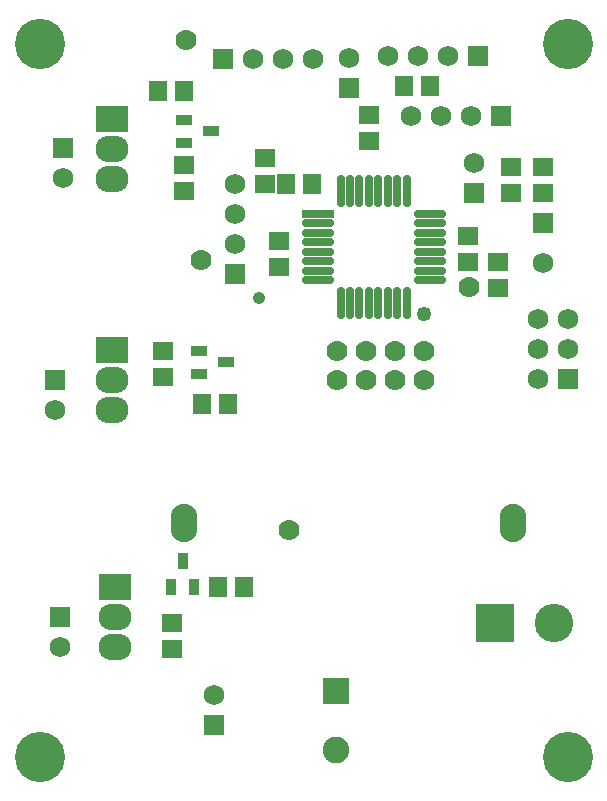
<source format=gts>
%FSTAX24Y24*%
%MOIN*%
%SFA1B1*%

%IPPOS*%
%ADD50R,0.069055X0.061181*%
%ADD51O,0.027716X0.108425*%
%ADD52O,0.108425X0.027716*%
%ADD53R,0.108425X0.027716*%
%ADD54R,0.061181X0.069055*%
%ADD55R,0.033622X0.055275*%
%ADD56R,0.055275X0.033622*%
%ADD57C,0.070000*%
%ADD58R,0.069055X0.069055*%
%ADD59C,0.069055*%
%ADD60C,0.041496*%
%ADD61C,0.049370*%
%ADD62O,0.110000X0.088740*%
%ADD63R,0.110000X0.088740*%
%ADD64R,0.069055X0.069055*%
%ADD65O,0.088740X0.128110*%
%ADD66R,0.088740X0.088740*%
%ADD67C,0.088740*%
%ADD68C,0.128110*%
%ADD69R,0.128110X0.128110*%
%ADD70C,0.167480*%
%LNpcb-1*%
%LPD*%
G54D50*
X0381Y035333D03*
Y0362D03*
X0371Y036183D03*
Y03705D03*
X03035Y039666D03*
Y0388D03*
X0338Y040233D03*
Y0411D03*
X0396Y039366D03*
Y0385D03*
X0308Y0369D03*
Y036033D03*
X03855Y039366D03*
Y0385D03*
X02765Y039416D03*
Y03855D03*
X02695Y033224D03*
Y032357D03*
X02725Y02415D03*
Y023283D03*
G54D51*
X032867Y038567D03*
X033182D03*
X033497D03*
X033812D03*
X034127D03*
X034442D03*
X034757D03*
X035072D03*
Y034827D03*
X034757D03*
X034442D03*
X034127D03*
X033812D03*
X033497D03*
X033182D03*
X032867D03*
G54D52*
X03584Y0378D03*
Y037485D03*
Y03717D03*
Y036855D03*
Y03654D03*
Y036225D03*
Y03591D03*
Y035595D03*
X0321D03*
Y03591D03*
Y036225D03*
Y03654D03*
Y036855D03*
Y03717D03*
Y037485D03*
G54D53*
X0321Y0378D03*
G54D54*
X031033Y0388D03*
X0319D03*
X028233Y03145D03*
X0291D03*
X028783Y02535D03*
X02965D03*
X03585Y04205D03*
X034983D03*
X02765Y0419D03*
X026783D03*
G54D55*
X027225Y025357D03*
X027974D03*
X0276Y026242D03*
G54D56*
X027657Y040924D03*
Y040175D03*
X028542Y04055D03*
X028157Y033224D03*
Y032475D03*
X029042Y03285D03*
G54D57*
X0277Y0436D03*
X0282Y03625D03*
X03115Y02725D03*
X032756Y03225D03*
X03372D03*
X034685D03*
X03565D03*
X032756Y033214D03*
X03372D03*
X034685D03*
X03565D03*
X03715Y03535D03*
G54D58*
X02865Y02075D03*
X0235Y02435D03*
X02335Y03225D03*
X0236Y04D03*
X0396Y0375D03*
X0373Y0385D03*
X02935Y0358D03*
X03315Y042D03*
X04045Y0323D03*
G54D59*
X02865Y02175D03*
X0235Y02335D03*
X0352Y04105D03*
X0362D03*
X0372D03*
X02335Y03125D03*
X0236Y039D03*
X0396Y036161D03*
X0373Y0395D03*
X03445Y04305D03*
X03545D03*
X03645D03*
X02935Y0368D03*
Y0378D03*
Y0388D03*
X03315Y043D03*
X03945Y0323D03*
X04045Y0343D03*
X03945Y0333D03*
X04045D03*
X03945Y0343D03*
X03195Y04295D03*
X03095D03*
X02995D03*
G54D60*
X03015Y035D03*
G54D61*
X03565Y03445D03*
G54D62*
X02535Y02335D03*
Y02435D03*
X02525Y03895D03*
Y03995D03*
Y03125D03*
Y03225D03*
G54D63*
X02535Y02535D03*
X02525Y04095D03*
Y03325D03*
G54D64*
X0382Y04105D03*
X03745Y04305D03*
X02895Y04295D03*
G54D65*
X02765Y0275D03*
X0386D03*
G54D66*
X0327Y0219D03*
G54D67*
X0327Y019931D03*
G54D68*
X039968Y02415D03*
G54D69*
X038Y02415D03*
G54D70*
X04045Y04345D03*
Y0197D03*
X022834D03*
Y04345D03*
M02*
</source>
